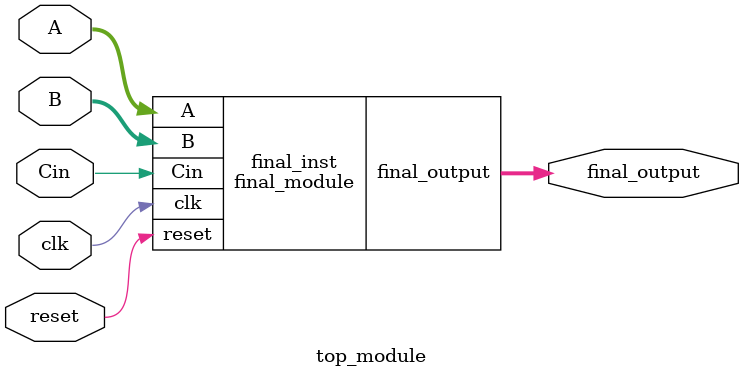
<source format=v>

module square_wave_generator (
    input clk,
    input reset,
    output reg square_wave
);

reg [31:0] counter;

always @(posedge clk, posedge reset) begin
    if (reset) begin
        square_wave <= 1'b0;
        counter <= 32'd0;
    end else begin
        if (counter == 32'd49999999) begin
            counter <= 32'd0;
            square_wave <= ~square_wave;
        end else begin
            counter <= counter + 1;
        end
    end
end

endmodule

module adder (
    input [15:0] A,
    input [15:0] B,
    input Cin,
    output [15:0] S,
    output Cout
);

assign {Cout, S} = A + B + Cin;

endmodule

module final_module (
    input clk,
    input reset,
    input [15:0] A,
    input [15:0] B,
    input Cin,
    output [15:0] final_output
);

wire square_wave;
wire [15:0] adder_output;
wire [15:0] subtractor_output;

square_wave_generator square_wave_gen (
    .clk(clk),
    .reset(reset),
    .square_wave(square_wave)
);

adder adder_inst (
    .A(A),
    .B(B),
    .Cin(Cin),
    .S(adder_output),
    .Cout()
);

assign subtractor_output = A - B;

assign final_output = square_wave ? adder_output + subtractor_output : adder_output - subtractor_output;

endmodule

module top_module (
    input clk,
    input reset,
    input [15:0] A,
    input [15:0] B,
    input Cin,
    output [15:0] final_output
);

final_module final_inst (
    .clk(clk),
    .reset(reset),
    .A(A),
    .B(B),
    .Cin(Cin),
    .final_output(final_output)
);

endmodule

</source>
